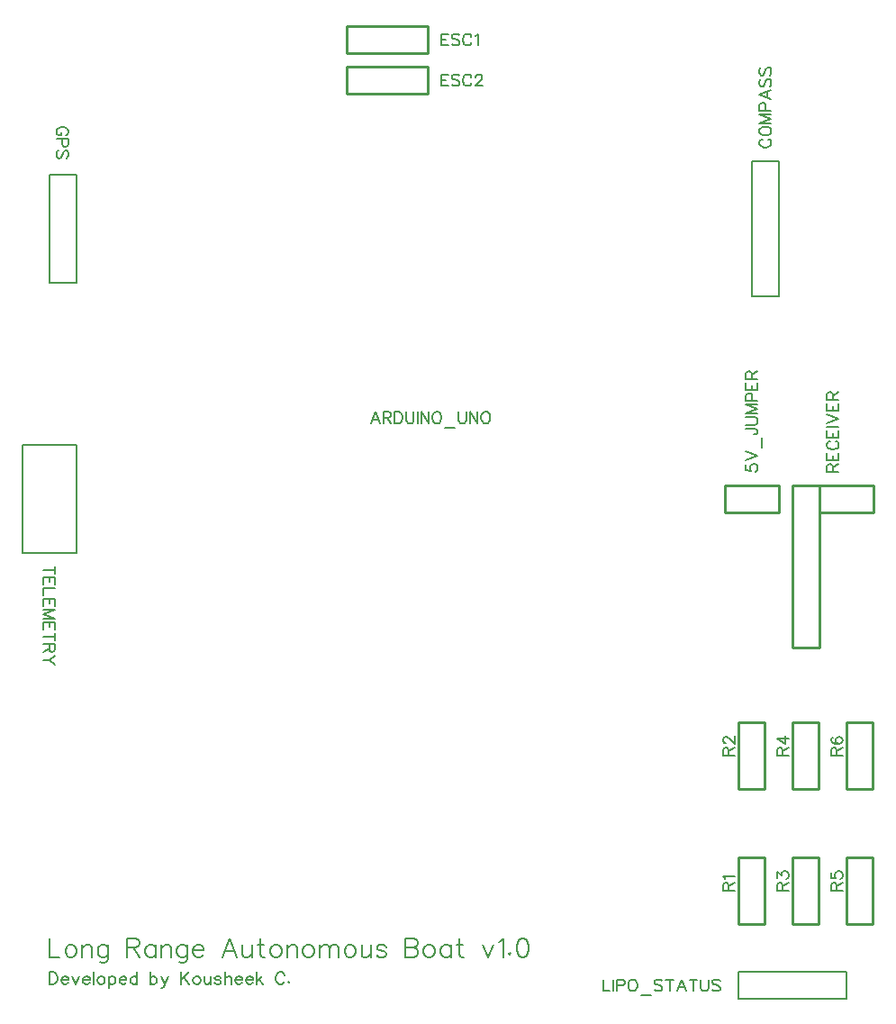
<source format=gto>
G04 Layer: TopSilkLayer*
G04 EasyEDA v6.4.25, 2021-11-05T19:22:01+05:30*
G04 61bcb772547544e299bc8c975d1ae397,5cb069c284564e3e9aa1642b0c72b42d,10*
G04 Gerber Generator version 0.2*
G04 Scale: 100 percent, Rotated: No, Reflected: No *
G04 Dimensions in millimeters *
G04 leading zeros omitted , absolute positions ,4 integer and 5 decimal *
%FSLAX45Y45*%
%MOMM*%

%ADD10C,0.2540*%
%ADD15C,0.1524*%
%ADD16C,0.2032*%
%ADD17C,0.2030*%

%LPD*%
D16*
X4826000Y-4450842D02*
G01*
X4826000Y-4565395D01*
X4826000Y-4450842D02*
G01*
X4864100Y-4450842D01*
X4880609Y-4456429D01*
X4891531Y-4467352D01*
X4896865Y-4478273D01*
X4902454Y-4494529D01*
X4902454Y-4521707D01*
X4896865Y-4538218D01*
X4891531Y-4549139D01*
X4880609Y-4560062D01*
X4864100Y-4565395D01*
X4826000Y-4565395D01*
X4938268Y-4521707D02*
G01*
X5003800Y-4521707D01*
X5003800Y-4510786D01*
X4998465Y-4500118D01*
X4992877Y-4494529D01*
X4981956Y-4489195D01*
X4965700Y-4489195D01*
X4954777Y-4494529D01*
X4943856Y-4505452D01*
X4938268Y-4521707D01*
X4938268Y-4532629D01*
X4943856Y-4549139D01*
X4954777Y-4560062D01*
X4965700Y-4565395D01*
X4981956Y-4565395D01*
X4992877Y-4560062D01*
X5003800Y-4549139D01*
X5039868Y-4489195D02*
G01*
X5072634Y-4565395D01*
X5105145Y-4489195D02*
G01*
X5072634Y-4565395D01*
X5141213Y-4521707D02*
G01*
X5206745Y-4521707D01*
X5206745Y-4510786D01*
X5201158Y-4500118D01*
X5195824Y-4494529D01*
X5184902Y-4489195D01*
X5168645Y-4489195D01*
X5157724Y-4494529D01*
X5146802Y-4505452D01*
X5141213Y-4521707D01*
X5141213Y-4532629D01*
X5146802Y-4549139D01*
X5157724Y-4560062D01*
X5168645Y-4565395D01*
X5184902Y-4565395D01*
X5195824Y-4560062D01*
X5206745Y-4549139D01*
X5242813Y-4450842D02*
G01*
X5242813Y-4565395D01*
X5306059Y-4489195D02*
G01*
X5295138Y-4494529D01*
X5284215Y-4505452D01*
X5278627Y-4521707D01*
X5278627Y-4532629D01*
X5284215Y-4549139D01*
X5295138Y-4560062D01*
X5306059Y-4565395D01*
X5322315Y-4565395D01*
X5333238Y-4560062D01*
X5344159Y-4549139D01*
X5349747Y-4532629D01*
X5349747Y-4521707D01*
X5344159Y-4505452D01*
X5333238Y-4494529D01*
X5322315Y-4489195D01*
X5306059Y-4489195D01*
X5385561Y-4489195D02*
G01*
X5385561Y-4603750D01*
X5385561Y-4505452D02*
G01*
X5396484Y-4494529D01*
X5407406Y-4489195D01*
X5423915Y-4489195D01*
X5434838Y-4494529D01*
X5445759Y-4505452D01*
X5451093Y-4521707D01*
X5451093Y-4532629D01*
X5445759Y-4549139D01*
X5434838Y-4560062D01*
X5423915Y-4565395D01*
X5407406Y-4565395D01*
X5396484Y-4560062D01*
X5385561Y-4549139D01*
X5487161Y-4521707D02*
G01*
X5552440Y-4521707D01*
X5552440Y-4510786D01*
X5547106Y-4500118D01*
X5541518Y-4494529D01*
X5530850Y-4489195D01*
X5514340Y-4489195D01*
X5503418Y-4494529D01*
X5492495Y-4505452D01*
X5487161Y-4521707D01*
X5487161Y-4532629D01*
X5492495Y-4549139D01*
X5503418Y-4560062D01*
X5514340Y-4565395D01*
X5530850Y-4565395D01*
X5541518Y-4560062D01*
X5552440Y-4549139D01*
X5654040Y-4450842D02*
G01*
X5654040Y-4565395D01*
X5654040Y-4505452D02*
G01*
X5643118Y-4494529D01*
X5632195Y-4489195D01*
X5615940Y-4489195D01*
X5605018Y-4494529D01*
X5594095Y-4505452D01*
X5588508Y-4521707D01*
X5588508Y-4532629D01*
X5594095Y-4549139D01*
X5605018Y-4560062D01*
X5615940Y-4565395D01*
X5632195Y-4565395D01*
X5643118Y-4560062D01*
X5654040Y-4549139D01*
X5773927Y-4450842D02*
G01*
X5773927Y-4565395D01*
X5773927Y-4505452D02*
G01*
X5784850Y-4494529D01*
X5795772Y-4489195D01*
X5812281Y-4489195D01*
X5823204Y-4494529D01*
X5834125Y-4505452D01*
X5839459Y-4521707D01*
X5839459Y-4532629D01*
X5834125Y-4549139D01*
X5823204Y-4560062D01*
X5812281Y-4565395D01*
X5795772Y-4565395D01*
X5784850Y-4560062D01*
X5773927Y-4549139D01*
X5880861Y-4489195D02*
G01*
X5913627Y-4565395D01*
X5946393Y-4489195D02*
G01*
X5913627Y-4565395D01*
X5902706Y-4587239D01*
X5891784Y-4598162D01*
X5880861Y-4603750D01*
X5875527Y-4603750D01*
X6066281Y-4450842D02*
G01*
X6066281Y-4565395D01*
X6142736Y-4450842D02*
G01*
X6066281Y-4527295D01*
X6093713Y-4500118D02*
G01*
X6142736Y-4565395D01*
X6205981Y-4489195D02*
G01*
X6195059Y-4494529D01*
X6184138Y-4505452D01*
X6178804Y-4521707D01*
X6178804Y-4532629D01*
X6184138Y-4549139D01*
X6195059Y-4560062D01*
X6205981Y-4565395D01*
X6222238Y-4565395D01*
X6233159Y-4560062D01*
X6244081Y-4549139D01*
X6249670Y-4532629D01*
X6249670Y-4521707D01*
X6244081Y-4505452D01*
X6233159Y-4494529D01*
X6222238Y-4489195D01*
X6205981Y-4489195D01*
X6285738Y-4489195D02*
G01*
X6285738Y-4543552D01*
X6291072Y-4560062D01*
X6301993Y-4565395D01*
X6318250Y-4565395D01*
X6329172Y-4560062D01*
X6345681Y-4543552D01*
X6345681Y-4489195D02*
G01*
X6345681Y-4565395D01*
X6441693Y-4505452D02*
G01*
X6436106Y-4494529D01*
X6419850Y-4489195D01*
X6403340Y-4489195D01*
X6387084Y-4494529D01*
X6381750Y-4505452D01*
X6387084Y-4516373D01*
X6398006Y-4521707D01*
X6425184Y-4527295D01*
X6436106Y-4532629D01*
X6441693Y-4543552D01*
X6441693Y-4549139D01*
X6436106Y-4560062D01*
X6419850Y-4565395D01*
X6403340Y-4565395D01*
X6387084Y-4560062D01*
X6381750Y-4549139D01*
X6477761Y-4450842D02*
G01*
X6477761Y-4565395D01*
X6477761Y-4510786D02*
G01*
X6494018Y-4494529D01*
X6504940Y-4489195D01*
X6521195Y-4489195D01*
X6532118Y-4494529D01*
X6537706Y-4510786D01*
X6537706Y-4565395D01*
X6573520Y-4521707D02*
G01*
X6639052Y-4521707D01*
X6639052Y-4510786D01*
X6633718Y-4500118D01*
X6628129Y-4494529D01*
X6617208Y-4489195D01*
X6600952Y-4489195D01*
X6590029Y-4494529D01*
X6579108Y-4505452D01*
X6573520Y-4521707D01*
X6573520Y-4532629D01*
X6579108Y-4549139D01*
X6590029Y-4560062D01*
X6600952Y-4565395D01*
X6617208Y-4565395D01*
X6628129Y-4560062D01*
X6639052Y-4549139D01*
X6675120Y-4521707D02*
G01*
X6740652Y-4521707D01*
X6740652Y-4510786D01*
X6735063Y-4500118D01*
X6729729Y-4494529D01*
X6718808Y-4489195D01*
X6702297Y-4489195D01*
X6691375Y-4494529D01*
X6680454Y-4505452D01*
X6675120Y-4521707D01*
X6675120Y-4532629D01*
X6680454Y-4549139D01*
X6691375Y-4560062D01*
X6702297Y-4565395D01*
X6718808Y-4565395D01*
X6729729Y-4560062D01*
X6740652Y-4549139D01*
X6776465Y-4450842D02*
G01*
X6776465Y-4565395D01*
X6831075Y-4489195D02*
G01*
X6776465Y-4543552D01*
X6798309Y-4521707D02*
G01*
X6836663Y-4565395D01*
X7038340Y-4478273D02*
G01*
X7033006Y-4467352D01*
X7022084Y-4456429D01*
X7011161Y-4450842D01*
X6989318Y-4450842D01*
X6978395Y-4456429D01*
X6967474Y-4467352D01*
X6961886Y-4478273D01*
X6956552Y-4494529D01*
X6956552Y-4521707D01*
X6961886Y-4538218D01*
X6967474Y-4549139D01*
X6978395Y-4560062D01*
X6989318Y-4565395D01*
X7011161Y-4565395D01*
X7022084Y-4560062D01*
X7033006Y-4549139D01*
X7038340Y-4538218D01*
X7079741Y-4538218D02*
G01*
X7074408Y-4543552D01*
X7079741Y-4549139D01*
X7085329Y-4543552D01*
X7079741Y-4538218D01*
X4826000Y-4136389D02*
G01*
X4826000Y-4308094D01*
X4826000Y-4308094D02*
G01*
X4924297Y-4308094D01*
X5019040Y-4193539D02*
G01*
X5002784Y-4201921D01*
X4986274Y-4218178D01*
X4978145Y-4242815D01*
X4978145Y-4259071D01*
X4986274Y-4283710D01*
X5002784Y-4299965D01*
X5019040Y-4308094D01*
X5043677Y-4308094D01*
X5059934Y-4299965D01*
X5076443Y-4283710D01*
X5084572Y-4259071D01*
X5084572Y-4242815D01*
X5076443Y-4218178D01*
X5059934Y-4201921D01*
X5043677Y-4193539D01*
X5019040Y-4193539D01*
X5138420Y-4193539D02*
G01*
X5138420Y-4308094D01*
X5138420Y-4226305D02*
G01*
X5163058Y-4201921D01*
X5179568Y-4193539D01*
X5203952Y-4193539D01*
X5220461Y-4201921D01*
X5228590Y-4226305D01*
X5228590Y-4308094D01*
X5380736Y-4193539D02*
G01*
X5380736Y-4324604D01*
X5372608Y-4348987D01*
X5364479Y-4357370D01*
X5347970Y-4365497D01*
X5323331Y-4365497D01*
X5307075Y-4357370D01*
X5380736Y-4218178D02*
G01*
X5364479Y-4201921D01*
X5347970Y-4193539D01*
X5323331Y-4193539D01*
X5307075Y-4201921D01*
X5290820Y-4218178D01*
X5282438Y-4242815D01*
X5282438Y-4259071D01*
X5290820Y-4283710D01*
X5307075Y-4299965D01*
X5323331Y-4308094D01*
X5347970Y-4308094D01*
X5364479Y-4299965D01*
X5380736Y-4283710D01*
X5560822Y-4136389D02*
G01*
X5560822Y-4308094D01*
X5560822Y-4136389D02*
G01*
X5634481Y-4136389D01*
X5658865Y-4144518D01*
X5666993Y-4152645D01*
X5675375Y-4169155D01*
X5675375Y-4185412D01*
X5666993Y-4201921D01*
X5658865Y-4210050D01*
X5634481Y-4218178D01*
X5560822Y-4218178D01*
X5617972Y-4218178D02*
G01*
X5675375Y-4308094D01*
X5827522Y-4193539D02*
G01*
X5827522Y-4308094D01*
X5827522Y-4218178D02*
G01*
X5811011Y-4201921D01*
X5794756Y-4193539D01*
X5770118Y-4193539D01*
X5753861Y-4201921D01*
X5737352Y-4218178D01*
X5729224Y-4242815D01*
X5729224Y-4259071D01*
X5737352Y-4283710D01*
X5753861Y-4299965D01*
X5770118Y-4308094D01*
X5794756Y-4308094D01*
X5811011Y-4299965D01*
X5827522Y-4283710D01*
X5881370Y-4193539D02*
G01*
X5881370Y-4308094D01*
X5881370Y-4226305D02*
G01*
X5906008Y-4201921D01*
X5922263Y-4193539D01*
X5946902Y-4193539D01*
X5963158Y-4201921D01*
X5971540Y-4226305D01*
X5971540Y-4308094D01*
X6123686Y-4193539D02*
G01*
X6123686Y-4324604D01*
X6115558Y-4348987D01*
X6107175Y-4357370D01*
X6090920Y-4365497D01*
X6066281Y-4365497D01*
X6050025Y-4357370D01*
X6123686Y-4218178D02*
G01*
X6107175Y-4201921D01*
X6090920Y-4193539D01*
X6066281Y-4193539D01*
X6050025Y-4201921D01*
X6033515Y-4218178D01*
X6025388Y-4242815D01*
X6025388Y-4259071D01*
X6033515Y-4283710D01*
X6050025Y-4299965D01*
X6066281Y-4308094D01*
X6090920Y-4308094D01*
X6107175Y-4299965D01*
X6123686Y-4283710D01*
X6177534Y-4242815D02*
G01*
X6275831Y-4242815D01*
X6275831Y-4226305D01*
X6267704Y-4210050D01*
X6259575Y-4201921D01*
X6243065Y-4193539D01*
X6218427Y-4193539D01*
X6202172Y-4201921D01*
X6185915Y-4218178D01*
X6177534Y-4242815D01*
X6177534Y-4259071D01*
X6185915Y-4283710D01*
X6202172Y-4299965D01*
X6218427Y-4308094D01*
X6243065Y-4308094D01*
X6259575Y-4299965D01*
X6275831Y-4283710D01*
X6521195Y-4136389D02*
G01*
X6455918Y-4308094D01*
X6521195Y-4136389D02*
G01*
X6586727Y-4308094D01*
X6480302Y-4250944D02*
G01*
X6562090Y-4250944D01*
X6640829Y-4193539D02*
G01*
X6640829Y-4275328D01*
X6648958Y-4299965D01*
X6665213Y-4308094D01*
X6689852Y-4308094D01*
X6706108Y-4299965D01*
X6730745Y-4275328D01*
X6730745Y-4193539D02*
G01*
X6730745Y-4308094D01*
X6809231Y-4136389D02*
G01*
X6809231Y-4275328D01*
X6817359Y-4299965D01*
X6833870Y-4308094D01*
X6850125Y-4308094D01*
X6784847Y-4193539D02*
G01*
X6841997Y-4193539D01*
X6945122Y-4193539D02*
G01*
X6928611Y-4201921D01*
X6912356Y-4218178D01*
X6904227Y-4242815D01*
X6904227Y-4259071D01*
X6912356Y-4283710D01*
X6928611Y-4299965D01*
X6945122Y-4308094D01*
X6969759Y-4308094D01*
X6986015Y-4299965D01*
X7002272Y-4283710D01*
X7010654Y-4259071D01*
X7010654Y-4242815D01*
X7002272Y-4218178D01*
X6986015Y-4201921D01*
X6969759Y-4193539D01*
X6945122Y-4193539D01*
X7064502Y-4193539D02*
G01*
X7064502Y-4308094D01*
X7064502Y-4226305D02*
G01*
X7089140Y-4201921D01*
X7105395Y-4193539D01*
X7130034Y-4193539D01*
X7146290Y-4201921D01*
X7154672Y-4226305D01*
X7154672Y-4308094D01*
X7249413Y-4193539D02*
G01*
X7233158Y-4201921D01*
X7216647Y-4218178D01*
X7208520Y-4242815D01*
X7208520Y-4259071D01*
X7216647Y-4283710D01*
X7233158Y-4299965D01*
X7249413Y-4308094D01*
X7274052Y-4308094D01*
X7290308Y-4299965D01*
X7306818Y-4283710D01*
X7314945Y-4259071D01*
X7314945Y-4242815D01*
X7306818Y-4218178D01*
X7290308Y-4201921D01*
X7274052Y-4193539D01*
X7249413Y-4193539D01*
X7368793Y-4193539D02*
G01*
X7368793Y-4308094D01*
X7368793Y-4226305D02*
G01*
X7393431Y-4201921D01*
X7409941Y-4193539D01*
X7434325Y-4193539D01*
X7450836Y-4201921D01*
X7458963Y-4226305D01*
X7458963Y-4308094D01*
X7458963Y-4226305D02*
G01*
X7483347Y-4201921D01*
X7499858Y-4193539D01*
X7524241Y-4193539D01*
X7540752Y-4201921D01*
X7548879Y-4226305D01*
X7548879Y-4308094D01*
X7643875Y-4193539D02*
G01*
X7627365Y-4201921D01*
X7611109Y-4218178D01*
X7602981Y-4242815D01*
X7602981Y-4259071D01*
X7611109Y-4283710D01*
X7627365Y-4299965D01*
X7643875Y-4308094D01*
X7668259Y-4308094D01*
X7684770Y-4299965D01*
X7701025Y-4283710D01*
X7709154Y-4259071D01*
X7709154Y-4242815D01*
X7701025Y-4218178D01*
X7684770Y-4201921D01*
X7668259Y-4193539D01*
X7643875Y-4193539D01*
X7763256Y-4193539D02*
G01*
X7763256Y-4275328D01*
X7771384Y-4299965D01*
X7787893Y-4308094D01*
X7812277Y-4308094D01*
X7828788Y-4299965D01*
X7853172Y-4275328D01*
X7853172Y-4193539D02*
G01*
X7853172Y-4308094D01*
X7997190Y-4218178D02*
G01*
X7989061Y-4201921D01*
X7964424Y-4193539D01*
X7940040Y-4193539D01*
X7915402Y-4201921D01*
X7907274Y-4218178D01*
X7915402Y-4234434D01*
X7931911Y-4242815D01*
X7972806Y-4250944D01*
X7989061Y-4259071D01*
X7997190Y-4275328D01*
X7997190Y-4283710D01*
X7989061Y-4299965D01*
X7964424Y-4308094D01*
X7940040Y-4308094D01*
X7915402Y-4299965D01*
X7907274Y-4283710D01*
X8177275Y-4136389D02*
G01*
X8177275Y-4308094D01*
X8177275Y-4136389D02*
G01*
X8250936Y-4136389D01*
X8275574Y-4144518D01*
X8283702Y-4152645D01*
X8291829Y-4169155D01*
X8291829Y-4185412D01*
X8283702Y-4201921D01*
X8275574Y-4210050D01*
X8250936Y-4218178D01*
X8177275Y-4218178D02*
G01*
X8250936Y-4218178D01*
X8275574Y-4226305D01*
X8283702Y-4234434D01*
X8291829Y-4250944D01*
X8291829Y-4275328D01*
X8283702Y-4291837D01*
X8275574Y-4299965D01*
X8250936Y-4308094D01*
X8177275Y-4308094D01*
X8386825Y-4193539D02*
G01*
X8370315Y-4201921D01*
X8354059Y-4218178D01*
X8345931Y-4242815D01*
X8345931Y-4259071D01*
X8354059Y-4283710D01*
X8370315Y-4299965D01*
X8386825Y-4308094D01*
X8411209Y-4308094D01*
X8427720Y-4299965D01*
X8443975Y-4283710D01*
X8452104Y-4259071D01*
X8452104Y-4242815D01*
X8443975Y-4218178D01*
X8427720Y-4201921D01*
X8411209Y-4193539D01*
X8386825Y-4193539D01*
X8604250Y-4193539D02*
G01*
X8604250Y-4308094D01*
X8604250Y-4218178D02*
G01*
X8587993Y-4201921D01*
X8571738Y-4193539D01*
X8547100Y-4193539D01*
X8530843Y-4201921D01*
X8514334Y-4218178D01*
X8506206Y-4242815D01*
X8506206Y-4259071D01*
X8514334Y-4283710D01*
X8530843Y-4299965D01*
X8547100Y-4308094D01*
X8571738Y-4308094D01*
X8587993Y-4299965D01*
X8604250Y-4283710D01*
X8682990Y-4136389D02*
G01*
X8682990Y-4275328D01*
X8691118Y-4299965D01*
X8707374Y-4308094D01*
X8723884Y-4308094D01*
X8658352Y-4193539D02*
G01*
X8715756Y-4193539D01*
X8903715Y-4193539D02*
G01*
X8952991Y-4308094D01*
X9002013Y-4193539D02*
G01*
X8952991Y-4308094D01*
X9056115Y-4169155D02*
G01*
X9072372Y-4161028D01*
X9097009Y-4136389D01*
X9097009Y-4308094D01*
X9158986Y-4267200D02*
G01*
X9150858Y-4275328D01*
X9158986Y-4283710D01*
X9167368Y-4275328D01*
X9158986Y-4267200D01*
X9270238Y-4136389D02*
G01*
X9245854Y-4144518D01*
X9229343Y-4169155D01*
X9221215Y-4210050D01*
X9221215Y-4234434D01*
X9229343Y-4275328D01*
X9245854Y-4299965D01*
X9270238Y-4308094D01*
X9286747Y-4308094D01*
X9311386Y-4299965D01*
X9327641Y-4275328D01*
X9335770Y-4234434D01*
X9335770Y-4210050D01*
X9327641Y-4169155D01*
X9311386Y-4144518D01*
X9286747Y-4136389D01*
X9270238Y-4136389D01*
D15*
X7891678Y815378D02*
G01*
X7850022Y706158D01*
X7891678Y815378D02*
G01*
X7933080Y706158D01*
X7865516Y742480D02*
G01*
X7917586Y742480D01*
X7967370Y815378D02*
G01*
X7967370Y706158D01*
X7967370Y815378D02*
G01*
X8014106Y815378D01*
X8029854Y810044D01*
X8034934Y804964D01*
X8040268Y794550D01*
X8040268Y784136D01*
X8034934Y773722D01*
X8029854Y768642D01*
X8014106Y763308D01*
X7967370Y763308D01*
X8003692Y763308D02*
G01*
X8040268Y706158D01*
X8074558Y815378D02*
G01*
X8074558Y706158D01*
X8074558Y815378D02*
G01*
X8110880Y815378D01*
X8126374Y810044D01*
X8136788Y799630D01*
X8141868Y789470D01*
X8147202Y773722D01*
X8147202Y747814D01*
X8141868Y732320D01*
X8136788Y721906D01*
X8126374Y711492D01*
X8110880Y706158D01*
X8074558Y706158D01*
X8181492Y815378D02*
G01*
X8181492Y737400D01*
X8186572Y721906D01*
X8196986Y711492D01*
X8212734Y706158D01*
X8223148Y706158D01*
X8238642Y711492D01*
X8249056Y721906D01*
X8254136Y737400D01*
X8254136Y815378D01*
X8288426Y815378D02*
G01*
X8288426Y706158D01*
X8322716Y815378D02*
G01*
X8322716Y706158D01*
X8322716Y815378D02*
G01*
X8395614Y706158D01*
X8395614Y815378D02*
G01*
X8395614Y706158D01*
X8460892Y815378D02*
G01*
X8450478Y810044D01*
X8440318Y799630D01*
X8434984Y789470D01*
X8429904Y773722D01*
X8429904Y747814D01*
X8434984Y732320D01*
X8440318Y721906D01*
X8450478Y711492D01*
X8460892Y706158D01*
X8481720Y706158D01*
X8492134Y711492D01*
X8502548Y721906D01*
X8507628Y732320D01*
X8512962Y747814D01*
X8512962Y773722D01*
X8507628Y789470D01*
X8502548Y799630D01*
X8492134Y810044D01*
X8481720Y815378D01*
X8460892Y815378D01*
X8547252Y669836D02*
G01*
X8640724Y669836D01*
X8675014Y815378D02*
G01*
X8675014Y737400D01*
X8680348Y721906D01*
X8690508Y711492D01*
X8706256Y706158D01*
X8716670Y706158D01*
X8732164Y711492D01*
X8742578Y721906D01*
X8747658Y737400D01*
X8747658Y815378D01*
X8781948Y815378D02*
G01*
X8781948Y706158D01*
X8781948Y815378D02*
G01*
X8854846Y706158D01*
X8854846Y815378D02*
G01*
X8854846Y706158D01*
X8920378Y815378D02*
G01*
X8909964Y810044D01*
X8899550Y799630D01*
X8894216Y789470D01*
X8889136Y773722D01*
X8889136Y747814D01*
X8894216Y732320D01*
X8899550Y721906D01*
X8909964Y711492D01*
X8920378Y706158D01*
X8940952Y706158D01*
X8951366Y711492D01*
X8961780Y721906D01*
X8967114Y732320D01*
X8972194Y747814D01*
X8972194Y773722D01*
X8967114Y789470D01*
X8961780Y799630D01*
X8951366Y810044D01*
X8940952Y815378D01*
X8920378Y815378D01*
X11378184Y316229D02*
G01*
X11378184Y264413D01*
X11424920Y259079D01*
X11419840Y264413D01*
X11414506Y279907D01*
X11414506Y295655D01*
X11419840Y311150D01*
X11430000Y321563D01*
X11445747Y326644D01*
X11456161Y326644D01*
X11471656Y321563D01*
X11482070Y311150D01*
X11487150Y295655D01*
X11487150Y279907D01*
X11482070Y264413D01*
X11476990Y259079D01*
X11466575Y254000D01*
X11378184Y360934D02*
G01*
X11487150Y402589D01*
X11378184Y444245D02*
G01*
X11487150Y402589D01*
X11523725Y478536D02*
G01*
X11523725Y572007D01*
X11378184Y658113D02*
G01*
X11461241Y658113D01*
X11476990Y653034D01*
X11482070Y647700D01*
X11487150Y637539D01*
X11487150Y627126D01*
X11482070Y616712D01*
X11476990Y611378D01*
X11461241Y606297D01*
X11450827Y606297D01*
X11378184Y692404D02*
G01*
X11456161Y692404D01*
X11471656Y697737D01*
X11482070Y708152D01*
X11487150Y723645D01*
X11487150Y734060D01*
X11482070Y749554D01*
X11471656Y759968D01*
X11456161Y765302D01*
X11378184Y765302D01*
X11378184Y799592D02*
G01*
X11487150Y799592D01*
X11378184Y799592D02*
G01*
X11487150Y840994D01*
X11378184Y882650D02*
G01*
X11487150Y840994D01*
X11378184Y882650D02*
G01*
X11487150Y882650D01*
X11378184Y916939D02*
G01*
X11487150Y916939D01*
X11378184Y916939D02*
G01*
X11378184Y963676D01*
X11383263Y979170D01*
X11388597Y984504D01*
X11399011Y989584D01*
X11414506Y989584D01*
X11424920Y984504D01*
X11430000Y979170D01*
X11435334Y963676D01*
X11435334Y916939D01*
X11378184Y1023873D02*
G01*
X11487150Y1023873D01*
X11378184Y1023873D02*
G01*
X11378184Y1091437D01*
X11430000Y1023873D02*
G01*
X11430000Y1065529D01*
X11487150Y1023873D02*
G01*
X11487150Y1091437D01*
X11378184Y1125728D02*
G01*
X11487150Y1125728D01*
X11378184Y1125728D02*
G01*
X11378184Y1172463D01*
X11383263Y1188212D01*
X11388597Y1193292D01*
X11399011Y1198626D01*
X11409425Y1198626D01*
X11419840Y1193292D01*
X11424920Y1188212D01*
X11430000Y1172463D01*
X11430000Y1125728D01*
X11430000Y1162050D02*
G01*
X11487150Y1198626D01*
X11531091Y3379978D02*
G01*
X11520677Y3374644D01*
X11510263Y3364229D01*
X11505184Y3354070D01*
X11505184Y3333242D01*
X11510263Y3322828D01*
X11520677Y3312413D01*
X11531091Y3307079D01*
X11546840Y3302000D01*
X11572747Y3302000D01*
X11588241Y3307079D01*
X11598656Y3312413D01*
X11609070Y3322828D01*
X11614150Y3333242D01*
X11614150Y3354070D01*
X11609070Y3364229D01*
X11598656Y3374644D01*
X11588241Y3379978D01*
X11505184Y3445510D02*
G01*
X11510263Y3435095D01*
X11520677Y3424681D01*
X11531091Y3419347D01*
X11546840Y3414268D01*
X11572747Y3414268D01*
X11588241Y3419347D01*
X11598656Y3424681D01*
X11609070Y3435095D01*
X11614150Y3445510D01*
X11614150Y3466084D01*
X11609070Y3476497D01*
X11598656Y3486912D01*
X11588241Y3492245D01*
X11572747Y3497326D01*
X11546840Y3497326D01*
X11531091Y3492245D01*
X11520677Y3486912D01*
X11510263Y3476497D01*
X11505184Y3466084D01*
X11505184Y3445510D01*
X11505184Y3531615D02*
G01*
X11614150Y3531615D01*
X11505184Y3531615D02*
G01*
X11614150Y3573271D01*
X11505184Y3614673D02*
G01*
X11614150Y3573271D01*
X11505184Y3614673D02*
G01*
X11614150Y3614673D01*
X11505184Y3648963D02*
G01*
X11614150Y3648963D01*
X11505184Y3648963D02*
G01*
X11505184Y3695700D01*
X11510263Y3711447D01*
X11515597Y3716528D01*
X11526011Y3721862D01*
X11541506Y3721862D01*
X11551920Y3716528D01*
X11557000Y3711447D01*
X11562334Y3695700D01*
X11562334Y3648963D01*
X11505184Y3797554D02*
G01*
X11614150Y3756152D01*
X11505184Y3797554D02*
G01*
X11614150Y3839210D01*
X11577827Y3771645D02*
G01*
X11577827Y3823715D01*
X11520677Y3946144D02*
G01*
X11510263Y3935729D01*
X11505184Y3920236D01*
X11505184Y3899407D01*
X11510263Y3883913D01*
X11520677Y3873500D01*
X11531091Y3873500D01*
X11541506Y3878579D01*
X11546840Y3883913D01*
X11551920Y3894328D01*
X11562334Y3925570D01*
X11567413Y3935729D01*
X11572747Y3941063D01*
X11583161Y3946144D01*
X11598656Y3946144D01*
X11609070Y3935729D01*
X11614150Y3920236D01*
X11614150Y3899407D01*
X11609070Y3883913D01*
X11598656Y3873500D01*
X11520677Y4053331D02*
G01*
X11510263Y4042918D01*
X11505184Y4027170D01*
X11505184Y4006595D01*
X11510263Y3990847D01*
X11520677Y3980434D01*
X11531091Y3980434D01*
X11541506Y3985768D01*
X11546840Y3990847D01*
X11551920Y4001262D01*
X11562334Y4032504D01*
X11567413Y4042918D01*
X11572747Y4047997D01*
X11583161Y4053331D01*
X11598656Y4053331D01*
X11609070Y4042918D01*
X11614150Y4027170D01*
X11614150Y4006595D01*
X11609070Y3990847D01*
X11598656Y3980434D01*
X4978852Y3414621D02*
G01*
X4989266Y3419701D01*
X4999680Y3430115D01*
X5004760Y3440529D01*
X5004760Y3461357D01*
X4999680Y3471771D01*
X4989266Y3482185D01*
X4978852Y3487265D01*
X4963358Y3492599D01*
X4937196Y3492599D01*
X4921702Y3487265D01*
X4911288Y3482185D01*
X4900874Y3471771D01*
X4895794Y3461357D01*
X4895794Y3440529D01*
X4900874Y3430115D01*
X4911288Y3419701D01*
X4921702Y3414621D01*
X4937196Y3414621D01*
X4937196Y3440529D02*
G01*
X4937196Y3414621D01*
X5004760Y3380331D02*
G01*
X4895794Y3380331D01*
X5004760Y3380331D02*
G01*
X5004760Y3333595D01*
X4999680Y3317847D01*
X4994346Y3312767D01*
X4983932Y3307433D01*
X4968438Y3307433D01*
X4958024Y3312767D01*
X4952944Y3317847D01*
X4947610Y3333595D01*
X4947610Y3380331D01*
X4989266Y3200499D02*
G01*
X4999680Y3210913D01*
X5004760Y3226407D01*
X5004760Y3247235D01*
X4999680Y3262983D01*
X4989266Y3273143D01*
X4978852Y3273143D01*
X4968438Y3268063D01*
X4963358Y3262983D01*
X4958024Y3252569D01*
X4947610Y3221327D01*
X4942530Y3210913D01*
X4937196Y3205833D01*
X4926782Y3200499D01*
X4911288Y3200499D01*
X4900874Y3210913D01*
X4895794Y3226407D01*
X4895794Y3247235D01*
X4900874Y3262983D01*
X4911288Y3273143D01*
X10033000Y-4520184D02*
G01*
X10033000Y-4629150D01*
X10033000Y-4629150D02*
G01*
X10095229Y-4629150D01*
X10129520Y-4520184D02*
G01*
X10129520Y-4629150D01*
X10163809Y-4520184D02*
G01*
X10163809Y-4629150D01*
X10163809Y-4520184D02*
G01*
X10210800Y-4520184D01*
X10226293Y-4525263D01*
X10231374Y-4530597D01*
X10236708Y-4541012D01*
X10236708Y-4556505D01*
X10231374Y-4566920D01*
X10226293Y-4572000D01*
X10210800Y-4577334D01*
X10163809Y-4577334D01*
X10302240Y-4520184D02*
G01*
X10291825Y-4525263D01*
X10281411Y-4535678D01*
X10276077Y-4546092D01*
X10270997Y-4561839D01*
X10270997Y-4587747D01*
X10276077Y-4603242D01*
X10281411Y-4613655D01*
X10291825Y-4624070D01*
X10302240Y-4629150D01*
X10322813Y-4629150D01*
X10333227Y-4624070D01*
X10343641Y-4613655D01*
X10348975Y-4603242D01*
X10354056Y-4587747D01*
X10354056Y-4561839D01*
X10348975Y-4546092D01*
X10343641Y-4535678D01*
X10333227Y-4525263D01*
X10322813Y-4520184D01*
X10302240Y-4520184D01*
X10388345Y-4665726D02*
G01*
X10481818Y-4665726D01*
X10589006Y-4535678D02*
G01*
X10578591Y-4525263D01*
X10562843Y-4520184D01*
X10542270Y-4520184D01*
X10526522Y-4525263D01*
X10516108Y-4535678D01*
X10516108Y-4546092D01*
X10521441Y-4556505D01*
X10526522Y-4561839D01*
X10536936Y-4566920D01*
X10568177Y-4577334D01*
X10578591Y-4582413D01*
X10583672Y-4587747D01*
X10589006Y-4598162D01*
X10589006Y-4613655D01*
X10578591Y-4624070D01*
X10562843Y-4629150D01*
X10542270Y-4629150D01*
X10526522Y-4624070D01*
X10516108Y-4613655D01*
X10659618Y-4520184D02*
G01*
X10659618Y-4629150D01*
X10623295Y-4520184D02*
G01*
X10695940Y-4520184D01*
X10771886Y-4520184D02*
G01*
X10730229Y-4629150D01*
X10771886Y-4520184D02*
G01*
X10813288Y-4629150D01*
X10745724Y-4592828D02*
G01*
X10797793Y-4592828D01*
X10883900Y-4520184D02*
G01*
X10883900Y-4629150D01*
X10847577Y-4520184D02*
G01*
X10920475Y-4520184D01*
X10954765Y-4520184D02*
G01*
X10954765Y-4598162D01*
X10959845Y-4613655D01*
X10970259Y-4624070D01*
X10985754Y-4629150D01*
X10996168Y-4629150D01*
X11011915Y-4624070D01*
X11022329Y-4613655D01*
X11027409Y-4598162D01*
X11027409Y-4520184D01*
X11134343Y-4535678D02*
G01*
X11123929Y-4525263D01*
X11108436Y-4520184D01*
X11087608Y-4520184D01*
X11072113Y-4525263D01*
X11061700Y-4535678D01*
X11061700Y-4546092D01*
X11066779Y-4556505D01*
X11072113Y-4561839D01*
X11082527Y-4566920D01*
X11113770Y-4577334D01*
X11123929Y-4582413D01*
X11129263Y-4587747D01*
X11134343Y-4598162D01*
X11134343Y-4613655D01*
X11123929Y-4624070D01*
X11108436Y-4629150D01*
X11087608Y-4629150D01*
X11072113Y-4624070D01*
X11061700Y-4613655D01*
X4877815Y-671321D02*
G01*
X4768850Y-671321D01*
X4877815Y-635000D02*
G01*
X4877815Y-707644D01*
X4877815Y-741934D02*
G01*
X4768850Y-741934D01*
X4877815Y-741934D02*
G01*
X4877815Y-809497D01*
X4826000Y-741934D02*
G01*
X4826000Y-783589D01*
X4768850Y-741934D02*
G01*
X4768850Y-809497D01*
X4877815Y-843787D02*
G01*
X4768850Y-843787D01*
X4768850Y-843787D02*
G01*
X4768850Y-906271D01*
X4877815Y-940562D02*
G01*
X4768850Y-940562D01*
X4877815Y-940562D02*
G01*
X4877815Y-1008126D01*
X4826000Y-940562D02*
G01*
X4826000Y-981963D01*
X4768850Y-940562D02*
G01*
X4768850Y-1008126D01*
X4877815Y-1042415D02*
G01*
X4768850Y-1042415D01*
X4877815Y-1042415D02*
G01*
X4768850Y-1083818D01*
X4877815Y-1125473D02*
G01*
X4768850Y-1083818D01*
X4877815Y-1125473D02*
G01*
X4768850Y-1125473D01*
X4877815Y-1159763D02*
G01*
X4768850Y-1159763D01*
X4877815Y-1159763D02*
G01*
X4877815Y-1227328D01*
X4826000Y-1159763D02*
G01*
X4826000Y-1201420D01*
X4768850Y-1159763D02*
G01*
X4768850Y-1227328D01*
X4877815Y-1297939D02*
G01*
X4768850Y-1297939D01*
X4877815Y-1261618D02*
G01*
X4877815Y-1334262D01*
X4877815Y-1368552D02*
G01*
X4768850Y-1368552D01*
X4877815Y-1368552D02*
G01*
X4877815Y-1415287D01*
X4872736Y-1431036D01*
X4867402Y-1436115D01*
X4856988Y-1441450D01*
X4846574Y-1441450D01*
X4836159Y-1436115D01*
X4831079Y-1431036D01*
X4826000Y-1415287D01*
X4826000Y-1368552D01*
X4826000Y-1404873D02*
G01*
X4768850Y-1441450D01*
X4877815Y-1475739D02*
G01*
X4826000Y-1517142D01*
X4768850Y-1517142D01*
X4877815Y-1558797D02*
G01*
X4826000Y-1517142D01*
X11162284Y-3683000D02*
G01*
X11271250Y-3683000D01*
X11162284Y-3683000D02*
G01*
X11162284Y-3636263D01*
X11167363Y-3620770D01*
X11172697Y-3615436D01*
X11183111Y-3610355D01*
X11193525Y-3610355D01*
X11203940Y-3615436D01*
X11209020Y-3620770D01*
X11214100Y-3636263D01*
X11214100Y-3683000D01*
X11214100Y-3646678D02*
G01*
X11271250Y-3610355D01*
X11183111Y-3576065D02*
G01*
X11177777Y-3565652D01*
X11162284Y-3549904D01*
X11271250Y-3549904D01*
X11162284Y-2413000D02*
G01*
X11271250Y-2413000D01*
X11162284Y-2413000D02*
G01*
X11162284Y-2366263D01*
X11167363Y-2350770D01*
X11172697Y-2345436D01*
X11183111Y-2340355D01*
X11193525Y-2340355D01*
X11203940Y-2345436D01*
X11209020Y-2350770D01*
X11214100Y-2366263D01*
X11214100Y-2413000D01*
X11214100Y-2376678D02*
G01*
X11271250Y-2340355D01*
X11188191Y-2300731D02*
G01*
X11183111Y-2300731D01*
X11172697Y-2295652D01*
X11167363Y-2290318D01*
X11162284Y-2279904D01*
X11162284Y-2259329D01*
X11167363Y-2248915D01*
X11172697Y-2243581D01*
X11183111Y-2238502D01*
X11193525Y-2238502D01*
X11203940Y-2243581D01*
X11219434Y-2253995D01*
X11271250Y-2306065D01*
X11271250Y-2233168D01*
X11670284Y-3683000D02*
G01*
X11779250Y-3683000D01*
X11670284Y-3683000D02*
G01*
X11670284Y-3636263D01*
X11675363Y-3620770D01*
X11680697Y-3615436D01*
X11691111Y-3610355D01*
X11701525Y-3610355D01*
X11711940Y-3615436D01*
X11717020Y-3620770D01*
X11722100Y-3636263D01*
X11722100Y-3683000D01*
X11722100Y-3646678D02*
G01*
X11779250Y-3610355D01*
X11670284Y-3565652D02*
G01*
X11670284Y-3508502D01*
X11711940Y-3539489D01*
X11711940Y-3523995D01*
X11717020Y-3513581D01*
X11722100Y-3508502D01*
X11737847Y-3503168D01*
X11748261Y-3503168D01*
X11763756Y-3508502D01*
X11774170Y-3518915D01*
X11779250Y-3534410D01*
X11779250Y-3549904D01*
X11774170Y-3565652D01*
X11769090Y-3570731D01*
X11758675Y-3576065D01*
X11670284Y-2413000D02*
G01*
X11779250Y-2413000D01*
X11670284Y-2413000D02*
G01*
X11670284Y-2366263D01*
X11675363Y-2350770D01*
X11680697Y-2345436D01*
X11691111Y-2340355D01*
X11701525Y-2340355D01*
X11711940Y-2345436D01*
X11717020Y-2350770D01*
X11722100Y-2366263D01*
X11722100Y-2413000D01*
X11722100Y-2376678D02*
G01*
X11779250Y-2340355D01*
X11670284Y-2253995D02*
G01*
X11742927Y-2306065D01*
X11742927Y-2228087D01*
X11670284Y-2253995D02*
G01*
X11779250Y-2253995D01*
X12178284Y-3683000D02*
G01*
X12287250Y-3683000D01*
X12178284Y-3683000D02*
G01*
X12178284Y-3636263D01*
X12183363Y-3620770D01*
X12188697Y-3615436D01*
X12199111Y-3610355D01*
X12209525Y-3610355D01*
X12219940Y-3615436D01*
X12225020Y-3620770D01*
X12230100Y-3636263D01*
X12230100Y-3683000D01*
X12230100Y-3646678D02*
G01*
X12287250Y-3610355D01*
X12178284Y-3513581D02*
G01*
X12178284Y-3565652D01*
X12225020Y-3570731D01*
X12219940Y-3565652D01*
X12214606Y-3549904D01*
X12214606Y-3534410D01*
X12219940Y-3518915D01*
X12230100Y-3508502D01*
X12245847Y-3503168D01*
X12256261Y-3503168D01*
X12271756Y-3508502D01*
X12282170Y-3518915D01*
X12287250Y-3534410D01*
X12287250Y-3549904D01*
X12282170Y-3565652D01*
X12277090Y-3570731D01*
X12266675Y-3576065D01*
X12178284Y-2413000D02*
G01*
X12287250Y-2413000D01*
X12178284Y-2413000D02*
G01*
X12178284Y-2366263D01*
X12183363Y-2350770D01*
X12188697Y-2345436D01*
X12199111Y-2340355D01*
X12209525Y-2340355D01*
X12219940Y-2345436D01*
X12225020Y-2350770D01*
X12230100Y-2366263D01*
X12230100Y-2413000D01*
X12230100Y-2376678D02*
G01*
X12287250Y-2340355D01*
X12193777Y-2243581D02*
G01*
X12183363Y-2248915D01*
X12178284Y-2264410D01*
X12178284Y-2274823D01*
X12183363Y-2290318D01*
X12199111Y-2300731D01*
X12225020Y-2306065D01*
X12250927Y-2306065D01*
X12271756Y-2300731D01*
X12282170Y-2290318D01*
X12287250Y-2274823D01*
X12287250Y-2269489D01*
X12282170Y-2253995D01*
X12271756Y-2243581D01*
X12256261Y-2238502D01*
X12250927Y-2238502D01*
X12235434Y-2243581D01*
X12225020Y-2253995D01*
X12219940Y-2269489D01*
X12219940Y-2274823D01*
X12225020Y-2290318D01*
X12235434Y-2300731D01*
X12250927Y-2306065D01*
X8509000Y4369815D02*
G01*
X8509000Y4260850D01*
X8509000Y4369815D02*
G01*
X8576563Y4369815D01*
X8509000Y4318000D02*
G01*
X8550656Y4318000D01*
X8509000Y4260850D02*
G01*
X8576563Y4260850D01*
X8683497Y4354321D02*
G01*
X8673084Y4364736D01*
X8657590Y4369815D01*
X8636761Y4369815D01*
X8621268Y4364736D01*
X8610854Y4354321D01*
X8610854Y4343907D01*
X8615934Y4333494D01*
X8621268Y4328160D01*
X8631681Y4323079D01*
X8662670Y4312665D01*
X8673084Y4307586D01*
X8678418Y4302252D01*
X8683497Y4291837D01*
X8683497Y4276344D01*
X8673084Y4265929D01*
X8657590Y4260850D01*
X8636761Y4260850D01*
X8621268Y4265929D01*
X8610854Y4276344D01*
X8795765Y4343907D02*
G01*
X8790686Y4354321D01*
X8780272Y4364736D01*
X8769858Y4369815D01*
X8749029Y4369815D01*
X8738615Y4364736D01*
X8728202Y4354321D01*
X8723122Y4343907D01*
X8717788Y4328160D01*
X8717788Y4302252D01*
X8723122Y4286757D01*
X8728202Y4276344D01*
X8738615Y4265929D01*
X8749029Y4260850D01*
X8769858Y4260850D01*
X8780272Y4265929D01*
X8790686Y4276344D01*
X8795765Y4286757D01*
X8830056Y4348987D02*
G01*
X8840470Y4354321D01*
X8855963Y4369815D01*
X8855963Y4260850D01*
X8509000Y3988815D02*
G01*
X8509000Y3879850D01*
X8509000Y3988815D02*
G01*
X8576563Y3988815D01*
X8509000Y3937000D02*
G01*
X8550656Y3937000D01*
X8509000Y3879850D02*
G01*
X8576563Y3879850D01*
X8683497Y3973321D02*
G01*
X8673084Y3983736D01*
X8657590Y3988815D01*
X8636761Y3988815D01*
X8621268Y3983736D01*
X8610854Y3973321D01*
X8610854Y3962907D01*
X8615934Y3952494D01*
X8621268Y3947160D01*
X8631681Y3942079D01*
X8662670Y3931665D01*
X8673084Y3926586D01*
X8678418Y3921252D01*
X8683497Y3910837D01*
X8683497Y3895344D01*
X8673084Y3884929D01*
X8657590Y3879850D01*
X8636761Y3879850D01*
X8621268Y3884929D01*
X8610854Y3895344D01*
X8795765Y3962907D02*
G01*
X8790686Y3973321D01*
X8780272Y3983736D01*
X8769858Y3988815D01*
X8749029Y3988815D01*
X8738615Y3983736D01*
X8728202Y3973321D01*
X8723122Y3962907D01*
X8717788Y3947160D01*
X8717788Y3921252D01*
X8723122Y3905757D01*
X8728202Y3895344D01*
X8738615Y3884929D01*
X8749029Y3879850D01*
X8769858Y3879850D01*
X8780272Y3884929D01*
X8790686Y3895344D01*
X8795765Y3905757D01*
X8835390Y3962907D02*
G01*
X8835390Y3967987D01*
X8840470Y3978402D01*
X8845550Y3983736D01*
X8855963Y3988815D01*
X8876791Y3988815D01*
X8887206Y3983736D01*
X8892540Y3978402D01*
X8897620Y3967987D01*
X8897620Y3957573D01*
X8892540Y3947160D01*
X8882125Y3931665D01*
X8830056Y3879850D01*
X8902700Y3879850D01*
X12140184Y254000D02*
G01*
X12249150Y254000D01*
X12140184Y254000D02*
G01*
X12140184Y300736D01*
X12145263Y316229D01*
X12150597Y321563D01*
X12161011Y326644D01*
X12171425Y326644D01*
X12181840Y321563D01*
X12186920Y316229D01*
X12192000Y300736D01*
X12192000Y254000D01*
X12192000Y290321D02*
G01*
X12249150Y326644D01*
X12140184Y360934D02*
G01*
X12249150Y360934D01*
X12140184Y360934D02*
G01*
X12140184Y428497D01*
X12192000Y360934D02*
G01*
X12192000Y402589D01*
X12249150Y360934D02*
G01*
X12249150Y428497D01*
X12166091Y540765D02*
G01*
X12155677Y535686D01*
X12145263Y525271D01*
X12140184Y514857D01*
X12140184Y494029D01*
X12145263Y483615D01*
X12155677Y473202D01*
X12166091Y468121D01*
X12181840Y462787D01*
X12207747Y462787D01*
X12223241Y468121D01*
X12233656Y473202D01*
X12244070Y483615D01*
X12249150Y494029D01*
X12249150Y514857D01*
X12244070Y525271D01*
X12233656Y535686D01*
X12223241Y540765D01*
X12140184Y575055D02*
G01*
X12249150Y575055D01*
X12140184Y575055D02*
G01*
X12140184Y642620D01*
X12192000Y575055D02*
G01*
X12192000Y616712D01*
X12249150Y575055D02*
G01*
X12249150Y642620D01*
X12140184Y676910D02*
G01*
X12249150Y676910D01*
X12140184Y711200D02*
G01*
X12249150Y752855D01*
X12140184Y794257D02*
G01*
X12249150Y752855D01*
X12140184Y828547D02*
G01*
X12249150Y828547D01*
X12140184Y828547D02*
G01*
X12140184Y896112D01*
X12192000Y828547D02*
G01*
X12192000Y870204D01*
X12249150Y828547D02*
G01*
X12249150Y896112D01*
X12140184Y930402D02*
G01*
X12249150Y930402D01*
X12140184Y930402D02*
G01*
X12140184Y977137D01*
X12145263Y992886D01*
X12150597Y997965D01*
X12161011Y1003300D01*
X12171425Y1003300D01*
X12181840Y997965D01*
X12186920Y992886D01*
X12192000Y977137D01*
X12192000Y930402D01*
X12192000Y966723D02*
G01*
X12249150Y1003300D01*
D10*
X12573000Y127000D02*
G01*
X12573000Y-127000D01*
X12065000Y-127000D01*
X12065000Y127000D01*
X12573000Y127000D01*
X11176000Y-127000D02*
G01*
X11176000Y127000D01*
X11684000Y127000D01*
X11684000Y-127000D01*
X11176000Y-127000D01*
D15*
X11430000Y3175000D02*
G01*
X11684000Y3175000D01*
X11684000Y1905000D01*
X11430000Y1905000D01*
X11430000Y3175000D01*
D16*
X5080000Y2032000D02*
G01*
X4826000Y2032000D01*
X4826000Y3048000D01*
X5080000Y3048000D01*
X5080000Y2857500D01*
D17*
X5080000Y2032000D02*
G01*
X5080000Y2857500D01*
D16*
X12319000Y-4445000D02*
G01*
X12319000Y-4699000D01*
X11303000Y-4699000D01*
X11303000Y-4445000D01*
X11493500Y-4445000D01*
D17*
X12319000Y-4445000D02*
G01*
X11493500Y-4445000D01*
D15*
X5080000Y-508000D02*
G01*
X4572000Y-508000D01*
X4572000Y508000D01*
X5080000Y508000D01*
X5080000Y-508000D01*
D10*
X11549379Y-3997960D02*
G01*
X11310620Y-3997960D01*
X11310620Y-3997960D02*
G01*
X11310620Y-3368039D01*
X11310620Y-3368039D02*
G01*
X11549379Y-3368039D01*
X11549379Y-3368039D02*
G01*
X11549379Y-3997960D01*
X11549379Y-2727960D02*
G01*
X11310620Y-2727960D01*
X11310620Y-2727960D02*
G01*
X11310620Y-2098039D01*
X11310620Y-2098039D02*
G01*
X11549379Y-2098039D01*
X11549379Y-2098039D02*
G01*
X11549379Y-2727960D01*
X12057379Y-3997960D02*
G01*
X11818620Y-3997960D01*
X11818620Y-3997960D02*
G01*
X11818620Y-3368039D01*
X11818620Y-3368039D02*
G01*
X12057379Y-3368039D01*
X12057379Y-3368039D02*
G01*
X12057379Y-3997960D01*
X12057379Y-2727960D02*
G01*
X11818620Y-2727960D01*
X11818620Y-2727960D02*
G01*
X11818620Y-2098039D01*
X11818620Y-2098039D02*
G01*
X12057379Y-2098039D01*
X12057379Y-2098039D02*
G01*
X12057379Y-2727960D01*
X12565379Y-3997960D02*
G01*
X12326620Y-3997960D01*
X12326620Y-3997960D02*
G01*
X12326620Y-3368039D01*
X12326620Y-3368039D02*
G01*
X12565379Y-3368039D01*
X12565379Y-3368039D02*
G01*
X12565379Y-3997960D01*
X12565379Y-2727960D02*
G01*
X12326620Y-2727960D01*
X12326620Y-2727960D02*
G01*
X12326620Y-2098039D01*
X12326620Y-2098039D02*
G01*
X12565379Y-2098039D01*
X12565379Y-2098039D02*
G01*
X12565379Y-2727960D01*
X8382000Y4191000D02*
G01*
X7620000Y4191000D01*
X7620000Y4445000D01*
X8382000Y4445000D01*
X8382000Y4191000D01*
X8382000Y3810000D02*
G01*
X7620000Y3810000D01*
X7620000Y4064000D01*
X8382000Y4064000D01*
X8382000Y3810000D01*
X12065000Y127000D02*
G01*
X12065000Y-1397000D01*
X11811000Y-1397000D01*
X11811000Y127000D01*
X12065000Y127000D01*
M02*

</source>
